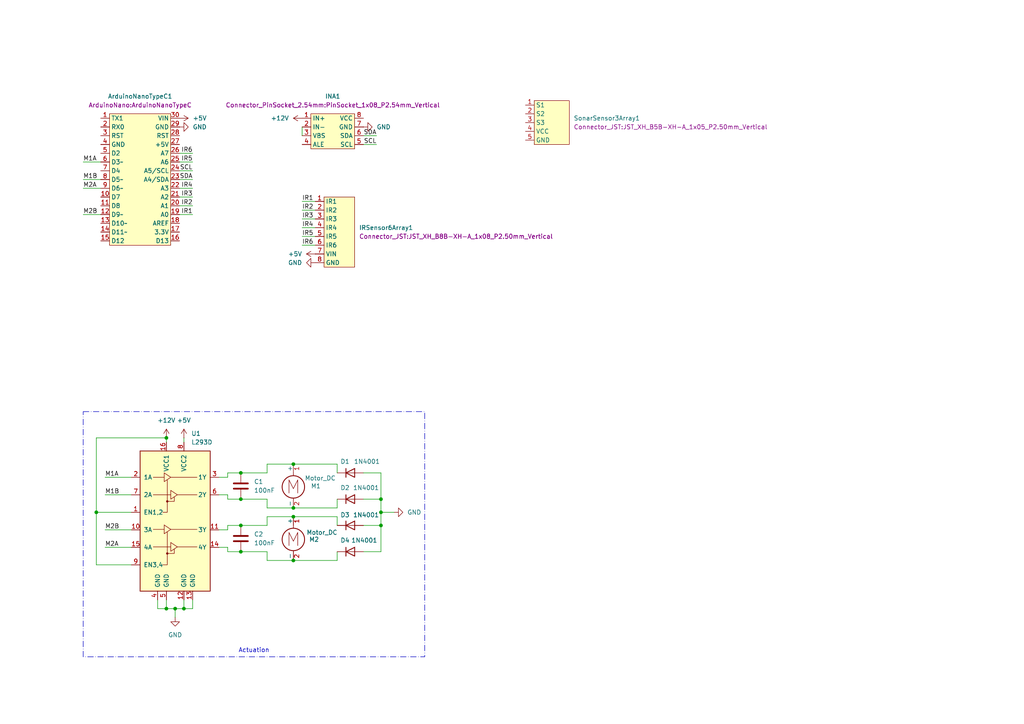
<source format=kicad_sch>
(kicad_sch (version 20250114) (generator "eeschema") (generator_version "9.0")
  (paper "A4")
  (lib_symbols
    (symbol "ArduinoNano:ArduinoNanoTypeC"
      (property "Reference" "ArduinoNanoTypeC" (at -0.254 20.32 0))
      (property "Footprint" "ArduinoNano:ArduinoNanoTypeC" (at 1.016 -23.114 0))
      (symbol "ArduinoNanoTypeC_1_1"
        (rectangle (start -8.89 17.78) (end 8.89 -20.32) (fill (type background)))
        (pin output line (at -11.43 16.51 0) (length 2.54) (name "TX1") (number "1"))
        (pin input line (at -11.43 13.97 0) (length 2.54) (name "RX0") (number "2"))
        (pin input line (at -11.43 11.43 0) (length 2.54) (name "RST") (number "3"))
        (pin input line (at -11.43 8.89 0) (length 2.54) (name "GND") (number "4"))
        (pin bidirectional line (at -11.43 6.35 0) (length 2.54) (name "D2") (number "5"))
        (pin bidirectional line (at -11.43 3.81 0) (length 2.54) (name "D3~") (number "6"))
        (pin bidirectional line (at -11.43 1.27 0) (length 2.54) (name "D4") (number "7"))
        (pin bidirectional line (at -11.43 -1.27 0) (length 2.54) (name "D5~") (number "8"))
        (pin bidirectional line (at -11.43 -3.81 0) (length 2.54) (name "D6~") (number "9"))
        (pin bidirectional line (at -11.43 -6.35 0) (length 2.54) (name "D7") (number "10"))
        (pin bidirectional line (at -11.43 -8.89 0) (length 2.54) (name "D8") (number "11"))
        (pin bidirectional line (at -11.43 -11.43 0) (length 2.54) (name "D9~") (number "12"))
        (pin bidirectional line (at -11.43 -13.97 0) (length 2.54) (name "D10~") (number "13"))
        (pin bidirectional line (at -11.43 -16.51 0) (length 2.54) (name "D11~") (number "14"))
        (pin bidirectional line (at -11.43 -19.05 0) (length 2.54) (name "D12") (number "15"))
        (pin power_in line (at 11.43 16.51 180) (length 2.54) (name "VIN") (number "30"))
        (pin power_in line (at 11.43 13.97 180) (length 2.54) (name "GND\n") (number "29"))
        (pin input line (at 11.43 11.43 180) (length 2.54) (name "RST") (number "28"))
        (pin power_out line (at 11.43 8.89 180) (length 2.54) (name "+5V") (number "27"))
        (pin bidirectional line (at 11.43 6.35 180) (length 2.54) (name "A7") (number "26"))
        (pin bidirectional line (at 11.43 3.81 180) (length 2.54) (name "A6") (number "25"))
        (pin bidirectional line (at 11.43 1.27 180) (length 2.54) (name "A5/SCL") (number "24"))
        (pin bidirectional line (at 11.43 -1.27 180) (length 2.54) (name "A4/SDA") (number "23"))
        (pin bidirectional line (at 11.43 -3.81 180) (length 2.54) (name "A3") (number "22"))
        (pin bidirectional line (at 11.43 -6.35 180) (length 2.54) (name "A2") (number "21"))
        (pin bidirectional line (at 11.43 -8.89 180) (length 2.54) (name "A1") (number "20"))
        (pin bidirectional line (at 11.43 -11.43 180) (length 2.54) (name "A0") (number "19"))
        (pin input line (at 11.43 -13.97 180) (length 2.54) (name "AREF") (number "18"))
        (pin power_out line (at 11.43 -16.51 180) (length 2.54) (name "3.3V") (number "17"))
        (pin bidirectional line (at 11.43 -19.05 180) (length 2.54) (name "D13") (number "16"))
      )
    )
    (symbol "CurrentSensor:INA226_Module"
      (property "Reference" "INA226" (at 0 7.112 0))
      (property "Footprint" "Connector_PinSocket_2.54mm:PinSocket_1x08_P2.54mm_Vertical" (at 0.762 -7.62 0))
      (symbol "INA226_Module_1_1"
        (rectangle (start -6.35 5.08) (end 6.35 -5.08) (fill (type background)))
        (pin input line (at -8.89 3.81 0) (length 2.54) (name "IN+") (number "1"))
        (pin input line (at -8.89 1.27 0) (length 2.54) (name "IN-") (number "2"))
        (pin input line (at -8.89 -1.27 0) (length 2.54) (name "VBS") (number "3"))
        (pin input line (at -8.89 -3.81 0) (length 2.54) (name "ALE") (number "4"))
        (pin input line (at 8.89 3.81 180) (length 2.54) (name "VCC") (number "8"))
        (pin input line (at 8.89 1.27 180) (length 2.54) (name "GND") (number "7"))
        (pin input line (at 8.89 -1.27 180) (length 2.54) (name "SDA\n") (number "6"))
        (pin input line (at 8.89 -3.81 180) (length 2.54) (name "SCL") (number "5"))
      )
    )
    (symbol "Device:C" (pin_numbers (hide yes)) (pin_names (offset 0.254))
      (property "Reference" "C" (at 0.635 2.54 0))
      (property "Value" "C" (at 0.635 -2.54 0))
      (symbol "C_0_1"
        (polyline (pts (xy -2.032 0.762) (xy 2.032 0.762)) (stroke (width 0.508)))
        (polyline (pts (xy -2.032 -0.762) (xy 2.032 -0.762)) (stroke (width 0.508)))
      )
      (symbol "C_1_1"
        (pin passive line (at 0 3.81 270) (length 2.794) (name "~") (number "1"))
        (pin passive line (at 0 -3.81 90) (length 2.794) (name "~") (number "2"))
      )
    )
    (symbol "Diode:1N4001" (pin_numbers (hide yes)) (pin_names (hide yes))
      (property "Reference" "D" (at 0 2.54 0))
      (property "Value" "1N4001" (at 0 -2.54 0))
      (symbol "1N4001_0_1"
        (polyline (pts (xy -1.27 1.27) (xy -1.27 -1.27)) (stroke (width 0.254)))
        (polyline (pts (xy 1.27 1.27) (xy 1.27 -1.27) (xy -1.27 0) (xy 1.27 1.27)) (stroke (width 0.254)))
        (polyline (pts (xy 1.27 0) (xy -1.27 0)))
      )
      (symbol "1N4001_1_1"
        (pin passive line (at -3.81 0 0) (length 2.54) (name "K") (number "1"))
        (pin passive line (at 3.81 0 180) (length 2.54) (name "A") (number "2"))
      )
    )
    (symbol "Driver_Motor:L293D" (pin_names (offset 1.016))
      (property "Reference" "U" (at -5.08 26.035 0))
      (property "Value" "L293D" (at -5.08 24.13 0))
      (symbol "L293D_0_1"
        (rectangle (start -10.16 22.86) (end 10.16 -17.78) (stroke (width 0.254)) (fill (type background)))
        (polyline (pts (xy -6.35 15.24) (xy -3.175 15.24)))
        (polyline (pts (xy -6.35 10.16) (xy -1.27 10.16)))
        (polyline (pts (xy -6.35 0.127) (xy -3.175 0.127)))
        (polyline (pts (xy -6.35 -4.953) (xy -1.27 -4.953)))
        (polyline (pts (xy -3.175 16.51) (xy -3.175 13.97) (xy -1.27 15.24) (xy -3.175 16.51)))
        (polyline (pts (xy -3.175 1.397) (xy -3.175 -1.143) (xy -1.27 0.127) (xy -3.175 1.397)))
        (polyline (pts (xy -2.286 14.478) (xy -2.286 5.08) (xy -3.556 5.08)))
        (circle (center -2.286 8.255) (radius 0.254) (fill (type outline)))
        (polyline (pts (xy -2.286 8.255) (xy -0.254 8.255) (xy -0.254 9.525)))
        (polyline (pts (xy -2.286 -0.635) (xy -2.286 -10.16) (xy -3.556 -10.16)))
        (circle (center -2.286 -6.858) (radius 0.254) (fill (type outline)))
        (polyline (pts (xy -2.286 -6.858) (xy -0.254 -6.858) (xy -0.254 -5.588)))
        (polyline (pts (xy -1.27 15.24) (xy 6.35 15.24)))
        (polyline (pts (xy -1.27 11.43) (xy -1.27 8.89) (xy 0.635 10.16) (xy -1.27 11.43)))
        (polyline (pts (xy -1.27 0.127) (xy 6.35 0.127)))
        (polyline (pts (xy -1.27 -3.683) (xy -1.27 -6.223) (xy 0.635 -4.953) (xy -1.27 -3.683)))
        (polyline (pts (xy 0.635 10.16) (xy 6.35 10.16)))
        (polyline (pts (xy 0.635 -4.953) (xy 6.35 -4.953)))
      )
      (symbol "L293D_1_1"
        (pin input line (at -12.7 15.24 0) (length 2.54) (name "1A") (number "2"))
        (pin input line (at -12.7 10.16 0) (length 2.54) (name "2A") (number "7"))
        (pin input line (at -12.7 5.08 0) (length 2.54) (name "EN1,2") (number "1"))
        (pin input line (at -12.7 0 0) (length 2.54) (name "3A") (number "10"))
        (pin input line (at -12.7 -5.08 0) (length 2.54) (name "4A") (number "15"))
        (pin input line (at -12.7 -10.16 0) (length 2.54) (name "EN3,4") (number "9"))
        (pin power_in line (at -5.08 -20.32 90) (length 2.54) (name "GND") (number "4"))
        (pin power_in line (at -2.54 25.4 270) (length 2.54) (name "VCC1") (number "16"))
        (pin power_in line (at -2.54 -20.32 90) (length 2.54) (name "GND") (number "5"))
        (pin power_in line (at 2.54 25.4 270) (length 2.54) (name "VCC2") (number "8"))
        (pin power_in line (at 2.54 -20.32 90) (length 2.54) (name "GND") (number "12"))
        (pin power_in line (at 5.08 -20.32 90) (length 2.54) (name "GND") (number "13"))
        (pin output line (at 12.7 15.24 180) (length 2.54) (name "1Y") (number "3"))
        (pin output line (at 12.7 10.16 180) (length 2.54) (name "2Y") (number "6"))
        (pin output line (at 12.7 0 180) (length 2.54) (name "3Y") (number "11"))
        (pin output line (at 12.7 -5.08 180) (length 2.54) (name "4Y") (number "14"))
      )
    )
    (symbol "LFRSymbolLib:IRSensor6Array"
      (property "Reference" "IRSensor6Array" (at -0.762 12.192 0))
      (property "Footprint" "Connector_JST:JST_XH_B8B-XH-A_1x08_P2.50mm_Vertical" (at 1.27 -12.7 0))
      (symbol "IRSensor6Array_1_1"
        (rectangle (start -5.08 10.16) (end 3.81 -10.16) (fill (type background)))
        (pin input line (at -7.62 8.89 0) (length 2.54) (name "IR1") (number "1"))
        (pin input line (at -7.62 6.35 0) (length 2.54) (name "IR2") (number "2"))
        (pin input line (at -7.62 3.81 0) (length 2.54) (name "IR3") (number "3"))
        (pin input line (at -7.62 1.27 0) (length 2.54) (name "IR4") (number "4"))
        (pin input line (at -7.62 -1.27 0) (length 2.54) (name "IR5") (number "5"))
        (pin input line (at -7.62 -3.81 0) (length 2.54) (name "IR6") (number "6"))
        (pin input line (at -7.62 -6.35 0) (length 2.54) (name "VIN") (number "7"))
        (pin input line (at -7.62 -8.89 0) (length 2.54) (name "GND") (number "8"))
      )
    )
    (symbol "LFRSymbolLib:SonarSensor3Array"
      (property "Reference" "SonarSensor3Array" (at 0.254 8.382 0))
      (property "Footprint" "Connector_JST:JST_XH_B5B-XH-A_1x05_P2.50mm_Vertical" (at 0.254 -9.144 0))
      (symbol "SonarSensor3Array_1_1"
        (rectangle (start -5.08 6.35) (end 5.08 -6.35) (fill (type background)))
        (pin output line (at -7.62 5.08 0) (length 2.54) (name "S1") (number "1"))
        (pin output line (at -7.62 2.54 0) (length 2.54) (name "S2") (number "2"))
        (pin output line (at -7.62 0 0) (length 2.54) (name "S3") (number "3"))
        (pin power_in line (at -7.62 -2.54 0) (length 2.54) (name "VCC") (number "4"))
        (pin power_in line (at -7.62 -5.08 0) (length 2.54) (name "GND") (number "5"))
      )
    )
    (symbol "Motor:Motor_DC" (pin_names (offset 0))
      (property "Reference" "M" (at 2.54 2.54 0))
      (property "Value" "Motor_DC" (at 2.54 -5.08 0))
      (symbol "Motor_DC_0_0"
        (polyline (pts (xy -1.27 -3.302) (xy -1.27 0.508) (xy 0 -2.032) (xy 1.27 0.508) (xy 1.27 -3.302)))
      )
      (symbol "Motor_DC_0_1"
        (polyline (pts (xy 0 2.032) (xy 0 2.54)))
        (polyline (pts (xy 0 1.7272) (xy 0 2.0828)))
        (circle (center 0 -1.524) (radius 3.2512) (stroke (width 0.254)))
        (polyline (pts (xy 0 -4.7752) (xy 0 -5.1816)))
        (polyline (pts (xy 0 -7.62) (xy 0 -7.112)))
      )
      (symbol "Motor_DC_1_1"
        (pin passive line (at 0 5.08 270) (length 2.54) (name "+") (number "1"))
        (pin passive line (at 0 -7.62 90) (length 2.54) (name "-") (number "2"))
      )
    )
    (symbol "power:+12V" (power) (pin_numbers (hide yes)) (pin_names (offset 0) (hide yes))
      (property "Value" "+12V" (at 0 3.556 0))
      (symbol "+12V_0_1"
        (polyline (pts (xy -0.762 1.27) (xy 0 2.54)))
        (polyline (pts (xy 0 2.54) (xy 0.762 1.27)))
        (polyline (pts (xy 0 0) (xy 0 2.54)))
      )
      (symbol "+12V_1_1"
        (pin power_in line (at 0 0 90) (length 0) (name "~") (number "1"))
      )
    )
    (symbol "power:+5V" (power) (pin_numbers (hide yes)) (pin_names (offset 0) (hide yes))
      (property "Value" "+5V" (at 0 3.556 0))
      (symbol "+5V_0_1"
        (polyline (pts (xy -0.762 1.27) (xy 0 2.54)))
        (polyline (pts (xy 0 2.54) (xy 0.762 1.27)))
        (polyline (pts (xy 0 0) (xy 0 2.54)))
      )
      (symbol "+5V_1_1"
        (pin power_in line (at 0 0 90) (length 0) (name "~") (number "1"))
      )
    )
    (symbol "power:GND" (power) (pin_numbers (hide yes)) (pin_names (offset 0) (hide yes))
      (property "Value" "GND" (at 0 -3.81 0))
      (symbol "GND_0_1"
        (polyline (pts (xy 0 0) (xy 0 -1.27) (xy 1.27 -1.27) (xy 0 -2.54) (xy -1.27 -1.27) (xy 0 -1.27)))
      )
      (symbol "GND_1_1"
        (pin power_in line (at 0 0 270) (length 0) (name "~") (number "1"))
      )
    )
  )
  (rectangle (start 24.13 119.38) (end 123.19 190.5) (stroke (width 0) (type dash_dot)))
  (text "Actuation\n" (at 73.66 188.722 0) (effects (font (size 1.27 1.27))))
  (junction (at 85.09 162.56))
  (junction (at 53.34 176.53))
  (junction (at 69.85 137.16))
  (junction (at 85.09 149.86))
  (junction (at 110.49 148.59))
  (junction (at 110.49 152.4))
  (junction (at 48.26 127))
  (junction (at 110.49 144.78))
  (junction (at 50.8 176.53))
  (junction (at 69.85 152.4))
  (junction (at 85.09 134.62))
  (junction (at 69.85 144.78))
  (junction (at 85.09 147.32))
  (junction (at 69.85 160.02))
  (junction (at 48.26 176.53))
  (junction (at 27.94 148.59))
  (wire (pts (xy 105.41 152.4) (xy 110.49 152.4)))
  (wire (pts (xy 66.04 158.75) (xy 66.04 160.02)))
  (wire (pts (xy 48.26 173.99) (xy 48.26 176.53)))
  (wire (pts (xy 53.34 127) (xy 53.34 128.27)))
  (wire (pts (xy 85.09 149.86) (xy 97.79 149.86)))
  (wire (pts (xy 91.44 63.5) (xy 87.63 63.5)))
  (wire (pts (xy 77.47 162.56) (xy 85.09 162.56)))
  (wire (pts (xy 87.63 58.42) (xy 91.44 58.42)))
  (wire (pts (xy 63.5 138.43) (xy 66.04 138.43)))
  (wire (pts (xy 109.22 41.91) (xy 105.41 41.91)))
  (wire (pts (xy 55.88 52.07) (xy 52.07 52.07)))
  (wire (pts (xy 63.5 153.67) (xy 66.04 153.67)))
  (wire (pts (xy 55.88 46.99) (xy 52.07 46.99)))
  (wire (pts (xy 85.09 162.56) (xy 97.79 162.56)))
  (wire (pts (xy 97.79 162.56) (xy 97.79 160.02)))
  (wire (pts (xy 77.47 137.16) (xy 77.47 134.62)))
  (wire (pts (xy 69.85 152.4) (xy 77.47 152.4)))
  (wire (pts (xy 27.94 148.59) (xy 27.94 163.83)))
  (wire (pts (xy 55.88 176.53) (xy 55.88 173.99)))
  (wire (pts (xy 66.04 160.02) (xy 69.85 160.02)))
  (wire (pts (xy 105.41 144.78) (xy 110.49 144.78)))
  (wire (pts (xy 110.49 152.4) (xy 110.49 160.02)))
  (wire (pts (xy 24.13 54.61) (xy 29.21 54.61)))
  (wire (pts (xy 85.09 147.32) (xy 97.79 147.32)))
  (wire (pts (xy 77.47 152.4) (xy 77.47 149.86)))
  (wire (pts (xy 30.48 158.75) (xy 38.1 158.75)))
  (wire (pts (xy 45.72 176.53) (xy 48.26 176.53)))
  (wire (pts (xy 66.04 153.67) (xy 66.04 152.4)))
  (wire (pts (xy 55.88 57.15) (xy 52.07 57.15)))
  (wire (pts (xy 97.79 149.86) (xy 97.79 152.4)))
  (wire (pts (xy 69.85 144.78) (xy 77.47 144.78)))
  (wire (pts (xy 77.47 144.78) (xy 77.47 147.32)))
  (wire (pts (xy 55.88 54.61) (xy 52.07 54.61)))
  (wire (pts (xy 110.49 160.02) (xy 105.41 160.02)))
  (wire (pts (xy 97.79 147.32) (xy 97.79 144.78)))
  (wire (pts (xy 24.13 52.07) (xy 29.21 52.07)))
  (wire (pts (xy 69.85 137.16) (xy 77.47 137.16)))
  (wire (pts (xy 55.88 62.23) (xy 52.07 62.23)))
  (wire (pts (xy 30.48 143.51) (xy 38.1 143.51)))
  (wire (pts (xy 24.13 46.99) (xy 29.21 46.99)))
  (wire (pts (xy 27.94 127) (xy 27.94 148.59)))
  (wire (pts (xy 48.26 127) (xy 48.26 128.27)))
  (wire (pts (xy 110.49 137.16) (xy 110.49 144.78)))
  (wire (pts (xy 66.04 137.16) (xy 69.85 137.16)))
  (wire (pts (xy 66.04 144.78) (xy 69.85 144.78)))
  (wire (pts (xy 97.79 134.62) (xy 97.79 137.16)))
  (wire (pts (xy 87.63 36.83) (xy 87.63 39.37)))
  (wire (pts (xy 77.47 147.32) (xy 85.09 147.32)))
  (wire (pts (xy 53.34 176.53) (xy 55.88 176.53)))
  (wire (pts (xy 69.85 160.02) (xy 77.47 160.02)))
  (wire (pts (xy 55.88 59.69) (xy 52.07 59.69)))
  (wire (pts (xy 91.44 68.58) (xy 87.63 68.58)))
  (wire (pts (xy 66.04 138.43) (xy 66.04 137.16)))
  (wire (pts (xy 45.72 173.99) (xy 45.72 176.53)))
  (wire (pts (xy 50.8 176.53) (xy 50.8 179.07)))
  (wire (pts (xy 110.49 148.59) (xy 114.3 148.59)))
  (wire (pts (xy 30.48 153.67) (xy 38.1 153.67)))
  (wire (pts (xy 105.41 137.16) (xy 110.49 137.16)))
  (wire (pts (xy 24.13 62.23) (xy 29.21 62.23)))
  (wire (pts (xy 77.47 160.02) (xy 77.47 162.56)))
  (wire (pts (xy 66.04 143.51) (xy 66.04 144.78)))
  (wire (pts (xy 63.5 158.75) (xy 66.04 158.75)))
  (wire (pts (xy 91.44 71.12) (xy 87.63 71.12)))
  (wire (pts (xy 27.94 148.59) (xy 38.1 148.59)))
  (wire (pts (xy 77.47 134.62) (xy 85.09 134.62)))
  (wire (pts (xy 55.88 49.53) (xy 52.07 49.53)))
  (wire (pts (xy 85.09 134.62) (xy 97.79 134.62)))
  (wire (pts (xy 48.26 127) (xy 27.94 127)))
  (wire (pts (xy 91.44 66.04) (xy 87.63 66.04)))
  (wire (pts (xy 91.44 60.96) (xy 87.63 60.96)))
  (wire (pts (xy 48.26 176.53) (xy 50.8 176.53)))
  (wire (pts (xy 66.04 152.4) (xy 69.85 152.4)))
  (wire (pts (xy 50.8 176.53) (xy 53.34 176.53)))
  (wire (pts (xy 110.49 144.78) (xy 110.49 148.59)))
  (wire (pts (xy 27.94 163.83) (xy 38.1 163.83)))
  (wire (pts (xy 77.47 149.86) (xy 85.09 149.86)))
  (wire (pts (xy 63.5 143.51) (xy 66.04 143.51)))
  (wire (pts (xy 110.49 148.59) (xy 110.49 152.4)))
  (wire (pts (xy 30.48 138.43) (xy 38.1 138.43)))
  (wire (pts (xy 53.34 173.99) (xy 53.34 176.53)))
  (wire (pts (xy 55.88 44.45) (xy 52.07 44.45)))
  (wire (pts (xy 109.22 39.37) (xy 105.41 39.37)))
  (label "M2B" (at 30.48 153.67 0))
  (label "IR3" (at 87.63 63.5 0))
  (label "SDA" (at 109.22 39.37 180))
  (label "M1B" (at 30.48 143.51 0))
  (label "SDA" (at 55.88 52.07 180))
  (label "IR6" (at 55.88 44.45 180))
  (label "IR4" (at 87.63 66.04 0))
  (label "IR2" (at 87.63 60.96 0))
  (label "M2B" (at 24.13 62.23 0))
  (label "IR2" (at 55.88 59.69 180))
  (label "M1A" (at 24.13 46.99 0))
  (label "M1A" (at 30.48 138.43 0))
  (label "SCL" (at 55.88 49.53 180))
  (label "IR3" (at 55.88 57.15 180))
  (label "IR1" (at 55.88 62.23 180))
  (label "M2A" (at 24.13 54.61 0))
  (label "IR4" (at 55.88 54.61 180))
  (label "IR5" (at 87.63 68.58 0))
  (label "SCL" (at 109.22 41.91 180))
  (label "M2A" (at 30.48 158.75 0))
  (label "M1B" (at 24.13 52.07 0))
  (label "IR5" (at 55.88 46.99 180))
  (label "IR1" (at 87.63 58.42 0))
  (label "IR6" (at 87.63 71.12 0))
  (symbol (lib_id "LFRSymbolLib:IRSensor6Array") (at 99.06 67.31 0) (unit 1)
    (property "Reference" "IRSensor6Array1" (at 104.14 66.0399 0) (effects (justify left)))
    (property "Footprint" "Connector_JST:JST_XH_B8B-XH-A_1x08_P2.50mm_Vertical" (at 104.14 68.5799 0) (effects (justify left)))
  )
  (symbol (lib_id "CurrentSensor:INA226_Module") (at 96.52 38.1 0) (unit 1)
    (property "Reference" "INA1" (at 96.52 27.94 0))
    (property "Footprint" "Connector_PinSocket_2.54mm:PinSocket_1x08_P2.54mm_Vertical" (at 96.52 30.48 0))
  )
  (symbol (lib_id "power:+12V") (at 87.63 34.29 90) (unit 1)
    (property "Reference" "#PWR07" (effects (hide yes)))
    (property "Value" "+12V" (at 83.82 34.2899 90) (effects (justify left)))
    (property "Description" "Power symbol creates a global label with name \"+12V\"" (effects (hide yes)))
  )
  (symbol (lib_id "power:+5V") (at 91.44 73.66 90) (unit 1)
    (property "Reference" "#PWR09" (effects (hide yes)))
    (property "Value" "+5V" (at 87.63 73.6599 90) (effects (justify left)))
    (property "Description" "Power symbol creates a global label with name \"+5V\"" (effects (hide yes)))
  )
  (symbol (lib_id "Device:C") (at 69.85 156.21 0) (unit 1)
    (property "Reference" "C2" (at 73.66 154.9399 0) (effects (justify left)))
    (property "Value" "100nF" (at 73.66 157.4799 0) (effects (justify left)))
    (property "Footprint" "Capacitor_SMD:C_1206_3216Metric_Pad1.33x1.80mm_HandSolder" (effects (hide yes)))
    (property "Description" "Unpolarized capacitor" (effects (hide yes)))
  )
  (symbol (lib_id "Motor:Motor_DC") (at 85.09 139.7 0) (unit 1)
    (property "Reference" "M1" (at 90.17 140.9699 0) (effects (justify left)))
    (property "Value" "Motor_DC" (at 88.392 138.684 0) (effects (justify left)))
    (property "Footprint" "Connector_JST:JST_XH_B2B-XH-AM_1x02_P2.50mm_Vertical" (effects (hide yes)))
    (property "Description" "DC Motor" (effects (hide yes)))
  )
  (symbol (lib_id "Driver_Motor:L293D") (at 50.8 153.67 0) (unit 1)
    (property "Reference" "U1" (at 55.4833 125.73 0) (effects (justify left)))
    (property "Value" "L293D" (at 55.4833 128.27 0) (effects (justify left)))
    (property "Footprint" "Package_DIP:DIP-16_W7.62mm" (effects (hide yes)))
    (property "Datasheet" "http://www.ti.com/lit/ds/symlink/l293.pdf" (effects (hide yes)))
    (property "Description" "Quadruple Half-H Drivers" (effects (hide yes)))
  )
  (symbol (lib_id "power:GND") (at 114.3 148.59 90) (unit 1)
    (property "Reference" "#PWR04" (effects (hide yes)))
    (property "Value" "GND" (at 118.11 148.5899 90) (effects (justify right)))
    (property "Description" "Power symbol creates a global label with name \"GND\" , ground" (effects (hide yes)))
  )
  (symbol (lib_id "power:+5V") (at 53.34 127 0) (unit 1)
    (property "Reference" "#PWR02" (effects (hide yes)))
    (property "Value" "+5V" (at 53.34 121.92 0))
    (property "Description" "Power symbol creates a global label with name \"+5V\"" (effects (hide yes)))
  )
  (symbol (lib_id "power:GND") (at 50.8 179.07 0) (unit 1)
    (property "Reference" "#PWR01" (effects (hide yes)))
    (property "Value" "GND" (at 50.8 184.15 0))
    (property "Description" "Power symbol creates a global label with name \"GND\" , ground" (effects (hide yes)))
  )
  (symbol (lib_id "Diode:1N4001") (at 101.6 137.16 0) (unit 1)
    (property "Reference" "D1" (at 100.076 133.858 0))
    (property "Value" "1N4001" (at 106.426 133.858 0))
    (property "Footprint" "Diode_THT:D_DO-41_SOD81_P10.16mm_Horizontal" (effects (hide yes)))
    (property "Datasheet" "http://www.vishay.com/docs/88503/1n4001.pdf" (effects (hide yes)))
    (property "Description" "50V 1A General Purpose Rectifier Diode, DO-41" (effects (hide yes)))
    (property "Sim.Device" "D" (effects (hide yes)))
    (property "Sim.Pins" "1=K 2=A" (effects (hide yes)))
  )
  (symbol (lib_id "power:+12V") (at 48.26 127 0) (unit 1)
    (property "Reference" "#PWR03" (effects (hide yes)))
    (property "Value" "+12V" (at 48.26 121.92 0))
    (property "Description" "Power symbol creates a global label with name \"+12V\"" (effects (hide yes)))
  )
  (symbol (lib_id "power:GND") (at 52.07 36.83 90) (unit 1)
    (property "Reference" "#PWR06" (effects (hide yes)))
    (property "Value" "GND" (at 55.88 36.8299 90) (effects (justify right)))
    (property "Description" "Power symbol creates a global label with name \"GND\" , ground" (effects (hide yes)))
  )
  (symbol (lib_id "LFRSymbolLib:SonarSensor3Array") (at 160.02 35.56 0) (unit 1)
    (property "Reference" "SonarSensor3Array1" (at 166.37 34.2899 0) (effects (justify left)))
    (property "Footprint" "Connector_JST:JST_XH_B5B-XH-A_1x05_P2.50mm_Vertical" (at 166.37 36.8299 0) (effects (justify left)))
  )
  (symbol (lib_id "power:GND") (at 105.41 36.83 90) (unit 1)
    (property "Reference" "#PWR08" (effects (hide yes)))
    (property "Value" "GND" (at 109.22 36.8299 90) (effects (justify right)))
    (property "Description" "Power symbol creates a global label with name \"GND\" , ground" (effects (hide yes)))
  )
  (symbol (lib_id "Diode:1N4001") (at 101.6 144.78 0) (unit 1)
    (property "Reference" "D2" (at 100.076 141.478 0))
    (property "Value" "1N4001" (at 106.172 141.478 0))
    (property "Footprint" "Diode_THT:D_DO-41_SOD81_P10.16mm_Horizontal" (effects (hide yes)))
    (property "Datasheet" "http://www.vishay.com/docs/88503/1n4001.pdf" (effects (hide yes)))
    (property "Description" "50V 1A General Purpose Rectifier Diode, DO-41" (effects (hide yes)))
    (property "Sim.Device" "D" (effects (hide yes)))
    (property "Sim.Pins" "1=K 2=A" (effects (hide yes)))
  )
  (symbol (lib_id "Device:C") (at 69.85 140.97 0) (unit 1)
    (property "Reference" "C1" (at 73.66 139.6999 0) (effects (justify left)))
    (property "Value" "100nF" (at 73.66 142.2399 0) (effects (justify left)))
    (property "Footprint" "Capacitor_SMD:C_1206_3216Metric_Pad1.33x1.80mm_HandSolder" (effects (hide yes)))
    (property "Description" "Unpolarized capacitor" (effects (hide yes)))
  )
  (symbol (lib_id "Diode:1N4001") (at 101.6 160.02 0) (unit 1)
    (property "Reference" "D4" (at 100.076 156.718 0))
    (property "Value" "1N4001" (at 105.664 156.718 0))
    (property "Footprint" "Diode_THT:D_DO-41_SOD81_P10.16mm_Horizontal" (effects (hide yes)))
    (property "Datasheet" "http://www.vishay.com/docs/88503/1n4001.pdf" (effects (hide yes)))
    (property "Description" "50V 1A General Purpose Rectifier Diode, DO-41" (effects (hide yes)))
    (property "Sim.Device" "D" (effects (hide yes)))
    (property "Sim.Pins" "1=K 2=A" (effects (hide yes)))
  )
  (symbol (lib_id "Motor:Motor_DC") (at 85.09 154.94 0) (unit 1)
    (property "Reference" "M2" (at 89.662 156.464 0) (effects (justify left)))
    (property "Value" "Motor_DC" (at 88.9 154.432 0) (effects (justify left)))
    (property "Footprint" "Connector_JST:JST_XH_B2B-XH-AM_1x02_P2.50mm_Vertical" (effects (hide yes)))
    (property "Description" "DC Motor" (effects (hide yes)))
  )
  (symbol (lib_id "ArduinoNano:ArduinoNanoTypeC") (at 40.64 50.8 0) (unit 1)
    (property "Reference" "ArduinoNanoTypeC1" (at 40.64 27.94 0))
    (property "Footprint" "ArduinoNano:ArduinoNanoTypeC" (at 40.64 30.48 0))
  )
  (symbol (lib_id "power:GND") (at 91.44 76.2 270) (unit 1)
    (property "Reference" "#PWR010" (effects (hide yes)))
    (property "Value" "GND" (at 87.63 76.1999 90) (effects (justify right)))
    (property "Description" "Power symbol creates a global label with name \"GND\" , ground" (effects (hide yes)))
  )
  (symbol (lib_id "Diode:1N4001") (at 101.6 152.4 0) (unit 1)
    (property "Reference" "D3" (at 100.076 149.352 0))
    (property "Value" "1N4001" (at 106.172 149.352 0))
    (property "Footprint" "Diode_THT:D_DO-41_SOD81_P10.16mm_Horizontal" (effects (hide yes)))
    (property "Datasheet" "http://www.vishay.com/docs/88503/1n4001.pdf" (effects (hide yes)))
    (property "Description" "50V 1A General Purpose Rectifier Diode, DO-41" (effects (hide yes)))
    (property "Sim.Device" "D" (effects (hide yes)))
    (property "Sim.Pins" "1=K 2=A" (effects (hide yes)))
  )
  (symbol (lib_id "power:+5V") (at 52.07 34.29 270) (unit 1)
    (property "Reference" "#PWR05" (effects (hide yes)))
    (property "Value" "+5V" (at 55.88 34.2899 90) (effects (justify left)))
    (property "Description" "Power symbol creates a global label with name \"+5V\"" (effects (hide yes)))
  )
)
</source>
